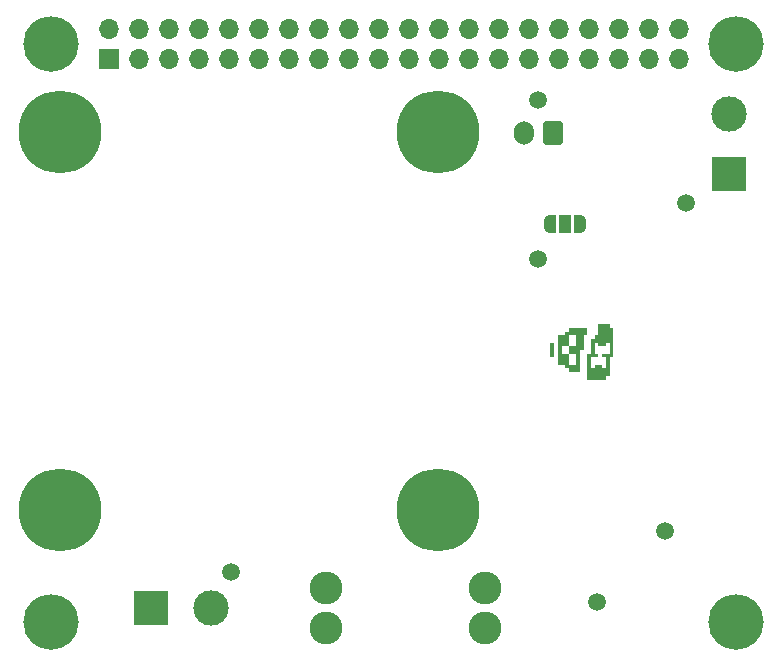
<source format=gbr>
%TF.GenerationSoftware,KiCad,Pcbnew,7.0.10*%
%TF.CreationDate,2024-02-20T17:27:16-06:00*%
%TF.ProjectId,ElectriPi,456c6563-7472-4695-9069-2e6b69636164,rev?*%
%TF.SameCoordinates,PX514cfd0PY32c87d0*%
%TF.FileFunction,Soldermask,Bot*%
%TF.FilePolarity,Negative*%
%FSLAX46Y46*%
G04 Gerber Fmt 4.6, Leading zero omitted, Abs format (unit mm)*
G04 Created by KiCad (PCBNEW 7.0.10) date 2024-02-20 17:27:16*
%MOMM*%
%LPD*%
G01*
G04 APERTURE LIST*
G04 Aperture macros list*
%AMRoundRect*
0 Rectangle with rounded corners*
0 $1 Rounding radius*
0 $2 $3 $4 $5 $6 $7 $8 $9 X,Y pos of 4 corners*
0 Add a 4 corners polygon primitive as box body*
4,1,4,$2,$3,$4,$5,$6,$7,$8,$9,$2,$3,0*
0 Add four circle primitives for the rounded corners*
1,1,$1+$1,$2,$3*
1,1,$1+$1,$4,$5*
1,1,$1+$1,$6,$7*
1,1,$1+$1,$8,$9*
0 Add four rect primitives between the rounded corners*
20,1,$1+$1,$2,$3,$4,$5,0*
20,1,$1+$1,$4,$5,$6,$7,0*
20,1,$1+$1,$6,$7,$8,$9,0*
20,1,$1+$1,$8,$9,$2,$3,0*%
%AMFreePoly0*
4,1,19,0.550000,-0.750000,0.000000,-0.750000,0.000000,-0.744911,-0.071157,-0.744911,-0.207708,-0.704816,-0.327430,-0.627875,-0.420627,-0.520320,-0.479746,-0.390866,-0.500000,-0.250000,-0.500000,0.250000,-0.479746,0.390866,-0.420627,0.520320,-0.327430,0.627875,-0.207708,0.704816,-0.071157,0.744911,0.000000,0.744911,0.000000,0.750000,0.550000,0.750000,0.550000,-0.750000,0.550000,-0.750000,
$1*%
%AMFreePoly1*
4,1,19,0.000000,0.744911,0.071157,0.744911,0.207708,0.704816,0.327430,0.627875,0.420627,0.520320,0.479746,0.390866,0.500000,0.250000,0.500000,-0.250000,0.479746,-0.390866,0.420627,-0.520320,0.327430,-0.627875,0.207708,-0.704816,0.071157,-0.744911,0.000000,-0.744911,0.000000,-0.750000,-0.550000,-0.750000,-0.550000,0.750000,0.000000,0.750000,0.000000,0.744911,0.000000,0.744911,
$1*%
G04 Aperture macros list end*
%ADD10C,4.700000*%
%ADD11R,3.000000X3.000000*%
%ADD12C,3.000000*%
%ADD13C,2.780000*%
%ADD14RoundRect,0.250000X0.600000X0.750000X-0.600000X0.750000X-0.600000X-0.750000X0.600000X-0.750000X0*%
%ADD15O,1.700000X2.000000*%
%ADD16C,7.000000*%
%ADD17C,1.500000*%
%ADD18R,1.700000X1.700000*%
%ADD19O,1.700000X1.700000*%
%ADD20FreePoly0,180.000000*%
%ADD21R,1.000000X1.500000*%
%ADD22FreePoly1,180.000000*%
G04 APERTURE END LIST*
%TO.C,G\u002A\u002A\u002A*%
G36*
X46093096Y-30062500D02*
G01*
X45780519Y-30062500D01*
X45780519Y-28812500D01*
X46093096Y-28812500D01*
X46093096Y-30062500D01*
G37*
G36*
X48906289Y-28187500D02*
G01*
X48593711Y-28187500D01*
X48593711Y-29437500D01*
X48281135Y-29437500D01*
X48281135Y-31312500D01*
X47343404Y-31312500D01*
X47343404Y-31000000D01*
X47030827Y-31000000D01*
X47030827Y-30687500D01*
X46718250Y-30687500D01*
X46405673Y-30687500D01*
X46405673Y-29750000D01*
X46718250Y-29750000D01*
X47343404Y-29750000D01*
X47343404Y-30687500D01*
X47968558Y-30687500D01*
X47968558Y-29750000D01*
X47343404Y-29750000D01*
X47343404Y-29125000D01*
X47968558Y-29125000D01*
X47968558Y-28187500D01*
X47343404Y-28187500D01*
X47343404Y-29125000D01*
X46718250Y-29125000D01*
X46718250Y-29750000D01*
X46405673Y-29750000D01*
X46405673Y-28187500D01*
X47030827Y-28187500D01*
X47030827Y-27875000D01*
X47343404Y-27875000D01*
X47343404Y-27562500D01*
X48906289Y-27562500D01*
X48906289Y-28187500D01*
G37*
G36*
X50781750Y-27562500D02*
G01*
X51094327Y-27562500D01*
X51094327Y-30062500D01*
X50781750Y-30062500D01*
X50781750Y-31625000D01*
X50469173Y-31625000D01*
X50469173Y-31937500D01*
X49218866Y-31937500D01*
X48906289Y-31937500D01*
X48906289Y-31000000D01*
X49218866Y-31000000D01*
X49531443Y-31000000D01*
X49531443Y-30687500D01*
X50156597Y-30687500D01*
X50156597Y-31000000D01*
X50469173Y-31000000D01*
X50469173Y-30062500D01*
X50156597Y-30062500D01*
X50156597Y-29750000D01*
X50781750Y-29750000D01*
X50781750Y-28812500D01*
X50469173Y-28812500D01*
X50469173Y-29125000D01*
X49844020Y-29125000D01*
X49844020Y-28812500D01*
X49531443Y-28812500D01*
X49531443Y-29750000D01*
X49844020Y-29750000D01*
X49844020Y-30062500D01*
X49218866Y-30062500D01*
X49218866Y-31000000D01*
X48906289Y-31000000D01*
X48906289Y-29750000D01*
X49218866Y-29750000D01*
X49218866Y-28500000D01*
X49531443Y-28500000D01*
X49531443Y-28187500D01*
X49844020Y-28187500D01*
X49844020Y-27250000D01*
X50781750Y-27250000D01*
X50781750Y-27562500D01*
G37*
%TD*%
D10*
%TO.C,H2*%
X3500000Y-3500000D03*
%TD*%
D11*
%TO.C,J1*%
X11960000Y-51250000D03*
D12*
X17040000Y-51250000D03*
%TD*%
D13*
%TO.C,F1*%
X26740000Y-49550000D03*
X26740000Y-52950000D03*
X40240000Y-49550000D03*
X40240000Y-52950000D03*
%TD*%
D14*
%TO.C,J3*%
X46000000Y-11100000D03*
D15*
X43500000Y-11100000D03*
%TD*%
D10*
%TO.C,H3*%
X61500000Y-3500000D03*
%TD*%
D16*
%TO.C,U2*%
X4250000Y-10950000D03*
X36250000Y-10950000D03*
X4250000Y-42950000D03*
X36250000Y-42950000D03*
%TD*%
D11*
%TO.C,J4*%
X60900000Y-14500000D03*
D12*
X60900000Y-9420000D03*
%TD*%
D10*
%TO.C,H1*%
X61500000Y-52500000D03*
%TD*%
%TO.C,H4*%
X3500000Y-52500000D03*
%TD*%
D17*
%TO.C,TP5*%
X44750000Y-8250000D03*
%TD*%
D18*
%TO.C,J6*%
X8370000Y-4770000D03*
D19*
X8370000Y-2230000D03*
X10910000Y-4770000D03*
X10910000Y-2230000D03*
X13450000Y-4770000D03*
X13450000Y-2230000D03*
X15990000Y-4770000D03*
X15990000Y-2230000D03*
X18530000Y-4770000D03*
X18530000Y-2230000D03*
X21070000Y-4770000D03*
X21070000Y-2230000D03*
X23610000Y-4770000D03*
X23610000Y-2230000D03*
X26150000Y-4770000D03*
X26150000Y-2230000D03*
X28690000Y-4770000D03*
X28690000Y-2230000D03*
X31230000Y-4770000D03*
X31230000Y-2230000D03*
X33770000Y-4770000D03*
X33770000Y-2230000D03*
X36310000Y-4770000D03*
X36310000Y-2230000D03*
X38850000Y-4770000D03*
X38850000Y-2230000D03*
X41390000Y-4770000D03*
X41390000Y-2230000D03*
X43930000Y-4770000D03*
X43930000Y-2230000D03*
X46470000Y-4770000D03*
X46470000Y-2230000D03*
X49010000Y-4770000D03*
X49010000Y-2230000D03*
X51550000Y-4770000D03*
X51550000Y-2230000D03*
X54090000Y-4770000D03*
X54090000Y-2230000D03*
X56630000Y-4770000D03*
X56630000Y-2230000D03*
%TD*%
D20*
%TO.C,JP1*%
X48300000Y-18750000D03*
D21*
X47000000Y-18750000D03*
D22*
X45700000Y-18750000D03*
%TD*%
D17*
%TO.C,TP4*%
X55500000Y-44750000D03*
%TD*%
%TO.C,TP1*%
X57250000Y-17000000D03*
%TD*%
%TO.C,TP6*%
X44750000Y-21750000D03*
%TD*%
%TO.C,TP2*%
X18750000Y-48250000D03*
%TD*%
%TO.C,TP3*%
X49750000Y-50750000D03*
%TD*%
M02*

</source>
